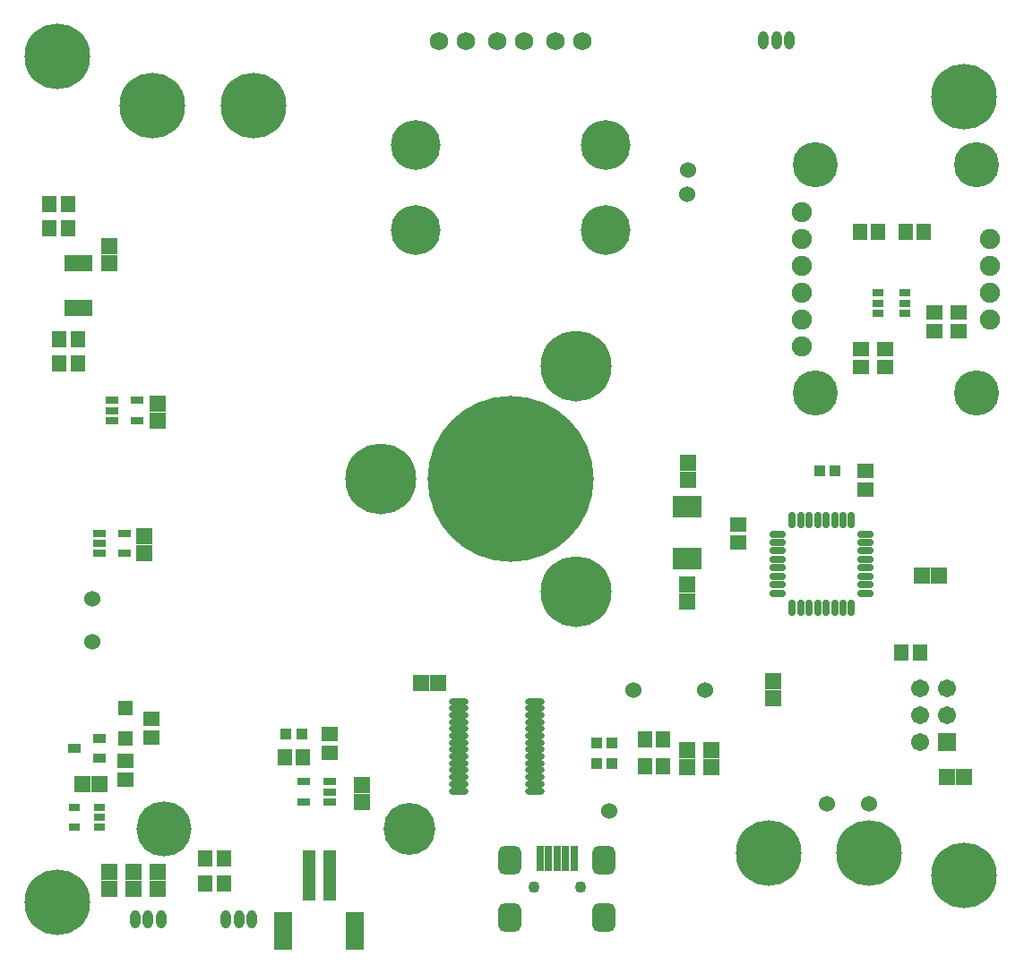
<source format=gbs>
G04*
G04 #@! TF.GenerationSoftware,Altium Limited,Altium Designer,19.0.15 (446)*
G04*
G04 Layer_Color=16711935*
%FSLAX25Y25*%
%MOIN*%
G70*
G01*
G75*
%ADD27R,0.06115X0.05328*%
%ADD28R,0.05328X0.06115*%
%ADD29R,0.06312X0.05918*%
%ADD35C,0.26391*%
%ADD36C,0.06000*%
%ADD37C,0.04343*%
%ADD38C,0.06800*%
%ADD39C,0.24422*%
%ADD40O,0.03753X0.06706*%
%ADD41C,0.06706*%
%ADD42R,0.06706X0.06706*%
%ADD43C,0.16784*%
%ADD44C,0.07532*%
%ADD45C,0.61824*%
%ADD46C,0.18517*%
%ADD47C,0.20485*%
%ADD48C,0.19304*%
%ADD98R,0.02600X0.06400*%
G04:AMPARAMS|DCode=99|XSize=86.74mil|YSize=106.42mil|CornerRadius=23.68mil|HoleSize=0mil|Usage=FLASHONLY|Rotation=180.000|XOffset=0mil|YOffset=0mil|HoleType=Round|Shape=RoundedRectangle|*
%AMROUNDEDRECTD99*
21,1,0.08674,0.05906,0,0,180.0*
21,1,0.03937,0.10642,0,0,180.0*
1,1,0.04737,-0.01968,0.02953*
1,1,0.04737,0.01968,0.02953*
1,1,0.04737,0.01968,-0.02953*
1,1,0.04737,-0.01968,-0.02953*
%
%ADD99ROUNDEDRECTD99*%
%ADD100R,0.02769X0.09658*%
%ADD101R,0.07099X0.14186*%
%ADD102R,0.04737X0.18910*%
%ADD103R,0.05918X0.06312*%
%ADD104R,0.03950X0.03162*%
%ADD105R,0.11036X0.08280*%
%ADD106O,0.06115X0.02965*%
%ADD107O,0.02965X0.06115*%
%ADD108R,0.03950X0.02965*%
%ADD109R,0.04540X0.03359*%
%ADD110R,0.05524X0.05524*%
%ADD111R,0.05524X0.05524*%
%ADD112R,0.03950X0.03950*%
%ADD113O,0.07296X0.02769*%
%ADD114R,0.04737X0.03162*%
D27*
X253500Y133795D02*
D03*
Y140685D02*
D03*
X300858Y160445D02*
D03*
Y153555D02*
D03*
X101224Y62445D02*
D03*
Y55555D02*
D03*
X35000Y68079D02*
D03*
Y61189D02*
D03*
X25500Y45598D02*
D03*
Y52488D02*
D03*
X299000Y199055D02*
D03*
Y205945D02*
D03*
X307925D02*
D03*
Y199055D02*
D03*
X326500Y212543D02*
D03*
Y219432D02*
D03*
X335500Y219445D02*
D03*
Y212555D02*
D03*
D28*
X3945Y260000D02*
D03*
X-2945D02*
D03*
X7645Y209500D02*
D03*
X755D02*
D03*
X3945Y251000D02*
D03*
X-2945D02*
D03*
X7645Y200500D02*
D03*
X755D02*
D03*
X55055Y16063D02*
D03*
X61945D02*
D03*
X225445Y50500D02*
D03*
X218555D02*
D03*
X225445Y60500D02*
D03*
X218555D02*
D03*
X314055Y93000D02*
D03*
X320945D02*
D03*
X84555Y54000D02*
D03*
X91445D02*
D03*
X55055Y7000D02*
D03*
X61945D02*
D03*
X298622Y249500D02*
D03*
X305512D02*
D03*
X322445D02*
D03*
X315555D02*
D03*
D29*
X19500Y237850D02*
D03*
Y244150D02*
D03*
X37457Y179350D02*
D03*
Y185650D02*
D03*
X32500Y129850D02*
D03*
Y136150D02*
D03*
X234500Y56650D02*
D03*
Y50350D02*
D03*
X243500Y56650D02*
D03*
Y50350D02*
D03*
X266500Y75850D02*
D03*
Y82150D02*
D03*
X234350Y111850D02*
D03*
Y118150D02*
D03*
X234650Y163650D02*
D03*
Y157350D02*
D03*
X113500Y43650D02*
D03*
Y37350D02*
D03*
X37260Y11150D02*
D03*
Y4850D02*
D03*
X28260Y4850D02*
D03*
Y11150D02*
D03*
X19260Y4850D02*
D03*
Y11150D02*
D03*
D35*
X120323Y157500D02*
D03*
X192965Y199437D02*
D03*
Y115563D02*
D03*
D36*
X13087Y97000D02*
D03*
X234500Y263484D02*
D03*
X234650Y272500D02*
D03*
X205500Y34000D02*
D03*
X302000Y36500D02*
D03*
X286500D02*
D03*
X241000Y79000D02*
D03*
X214500D02*
D03*
X13087Y112850D02*
D03*
D37*
X194661Y5531D02*
D03*
X177339D02*
D03*
D38*
X173750Y320483D02*
D03*
X163750D02*
D03*
X185500Y320489D02*
D03*
X195500D02*
D03*
X152000Y320483D02*
D03*
X142000D02*
D03*
D39*
X337500Y300000D02*
D03*
Y10000D02*
D03*
X0Y0D02*
D03*
Y315000D02*
D03*
X72933Y296693D02*
D03*
X302067Y18307D02*
D03*
X264567D02*
D03*
X35433Y296693D02*
D03*
D40*
X72500Y-6500D02*
D03*
X67579D02*
D03*
X62657D02*
D03*
X262657Y321000D02*
D03*
X267579D02*
D03*
X272500D02*
D03*
X38764Y-6500D02*
D03*
X33843D02*
D03*
X28921D02*
D03*
D41*
X321000Y79516D02*
D03*
X331000D02*
D03*
X321000Y69516D02*
D03*
X331000D02*
D03*
X321000Y59516D02*
D03*
D42*
X331000D02*
D03*
D43*
X282000Y274500D02*
D03*
X342000D02*
D03*
X282000Y189500D02*
D03*
X342000D02*
D03*
D44*
X277000Y256941D02*
D03*
Y246941D02*
D03*
Y236941D02*
D03*
Y226941D02*
D03*
Y216941D02*
D03*
Y206941D02*
D03*
X347000Y216941D02*
D03*
Y226941D02*
D03*
Y236941D02*
D03*
Y246941D02*
D03*
D45*
X168750Y157500D02*
D03*
D46*
X204183Y281713D02*
D03*
Y250217D02*
D03*
X133317D02*
D03*
Y281713D02*
D03*
D47*
X39646Y27244D02*
D03*
D48*
X130984D02*
D03*
D98*
X11800Y237800D02*
D03*
X9300D02*
D03*
X6700D02*
D03*
X4200D02*
D03*
Y221200D02*
D03*
X6700D02*
D03*
X9300D02*
D03*
X11800D02*
D03*
D99*
X203520Y15689D02*
D03*
Y-5768D02*
D03*
X168480D02*
D03*
Y15689D02*
D03*
D100*
X186000Y16063D02*
D03*
X189150D02*
D03*
X192299D02*
D03*
X182850D02*
D03*
X179701D02*
D03*
D101*
X110873Y-10736D02*
D03*
X84101D02*
D03*
D102*
X101425Y9736D02*
D03*
X93550D02*
D03*
D103*
X135350Y81500D02*
D03*
X141650D02*
D03*
X328150Y121500D02*
D03*
X321850D02*
D03*
X337500Y46484D02*
D03*
X331201D02*
D03*
X15650Y44000D02*
D03*
X9350D02*
D03*
D104*
X305480Y226740D02*
D03*
Y223000D02*
D03*
Y219260D02*
D03*
X315520D02*
D03*
Y223000D02*
D03*
Y226740D02*
D03*
D105*
X234500Y127854D02*
D03*
Y147146D02*
D03*
D106*
X268161Y114976D02*
D03*
Y118126D02*
D03*
Y121276D02*
D03*
Y124425D02*
D03*
Y127575D02*
D03*
Y130724D02*
D03*
Y133874D02*
D03*
Y137024D02*
D03*
X300839D02*
D03*
Y133874D02*
D03*
Y130724D02*
D03*
Y127575D02*
D03*
Y124425D02*
D03*
Y121276D02*
D03*
Y118126D02*
D03*
Y114976D02*
D03*
D107*
X273476Y142339D02*
D03*
X276626D02*
D03*
X279776D02*
D03*
X282925D02*
D03*
X286075D02*
D03*
X289224D02*
D03*
X292374D02*
D03*
X295524D02*
D03*
Y109661D02*
D03*
X292374D02*
D03*
X289224D02*
D03*
X286075D02*
D03*
X282925D02*
D03*
X279776D02*
D03*
X276626D02*
D03*
X273476D02*
D03*
D108*
X6276Y35240D02*
D03*
Y27760D02*
D03*
X15724D02*
D03*
Y31500D02*
D03*
Y35240D02*
D03*
D109*
X15551Y61004D02*
D03*
Y53524D02*
D03*
X6496Y57264D02*
D03*
D110*
X25500Y61004D02*
D03*
D111*
Y72264D02*
D03*
D112*
X200567Y51598D02*
D03*
X206472D02*
D03*
X289453Y160500D02*
D03*
X283547D02*
D03*
X90953Y62500D02*
D03*
X85047D02*
D03*
X200567Y59276D02*
D03*
X206472D02*
D03*
D113*
X149228Y41366D02*
D03*
Y43925D02*
D03*
Y46484D02*
D03*
Y49043D02*
D03*
Y51602D02*
D03*
Y54161D02*
D03*
Y56721D02*
D03*
Y59280D02*
D03*
Y61839D02*
D03*
Y64398D02*
D03*
Y66957D02*
D03*
Y69516D02*
D03*
Y72075D02*
D03*
Y74634D02*
D03*
X177772Y41366D02*
D03*
Y43925D02*
D03*
Y46484D02*
D03*
Y49043D02*
D03*
Y51602D02*
D03*
Y54161D02*
D03*
Y56721D02*
D03*
Y59280D02*
D03*
Y61839D02*
D03*
Y64398D02*
D03*
Y66957D02*
D03*
Y69516D02*
D03*
Y72075D02*
D03*
Y74634D02*
D03*
D114*
X29724Y179260D02*
D03*
Y186740D02*
D03*
X20276D02*
D03*
Y183000D02*
D03*
Y179260D02*
D03*
X25000Y129760D02*
D03*
Y137240D02*
D03*
X15551D02*
D03*
Y133500D02*
D03*
Y129760D02*
D03*
X91776Y44740D02*
D03*
Y37260D02*
D03*
X101224D02*
D03*
Y41000D02*
D03*
Y44740D02*
D03*
M02*

</source>
